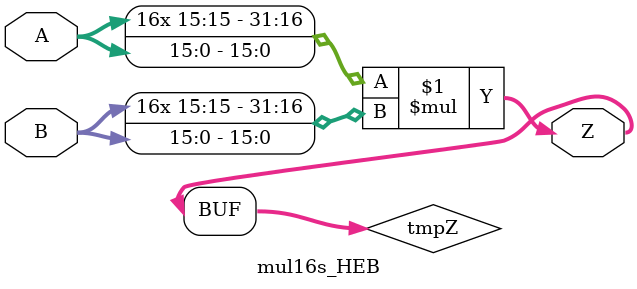
<source format=v>

/***
* This code is a part of EvoApproxLib library (ehw.fit.vutbr.cz/approxlib) distributed under The MIT License.
* When used, please cite the following article(s): V. Mrazek, Z. Vasicek, L. Sekanina, H. Jiang and J. Han, "Scalable Construction of Approximate Multipliers With Formally Guaranteed Worst Case Error" in IEEE Transactions on Very Large Scale Integration (VLSI) Systems, vol. 26, no. 11, pp. 2572-2576, Nov. 2018. doi: 10.1109/TVLSI.2018.2856362 
* This file contains a circuit from a sub-set of pareto optimal circuits with respect to the pwr and ep parameters
***/
// MAE% = 0.00 %
// MAE = 0 
// WCE% = 0.00 %
// WCE = 0 
// WCRE% = 0.00 %
// EP% = 0.00 %
// MRE% = 0.00 %
// MSE = 0 
// PDK45_PWR = 2.400 mW
// PDK45_AREA = 2614.0 um2
// PDK45_DELAY = 3.05 ns



module mul16s_HEB(
	A, 
	B,
	Z
);

input signed [16-1:0] A;
input signed [16-1:0] B;
output signed [2*16-1:0] Z;

wire signed [2*(16-0)-1:0] tmpZ;
assign tmpZ = $signed(A[16-1:0]) * $signed(B[16-1:0]);
assign Z = $signed(tmpZ);
endmodule


</source>
